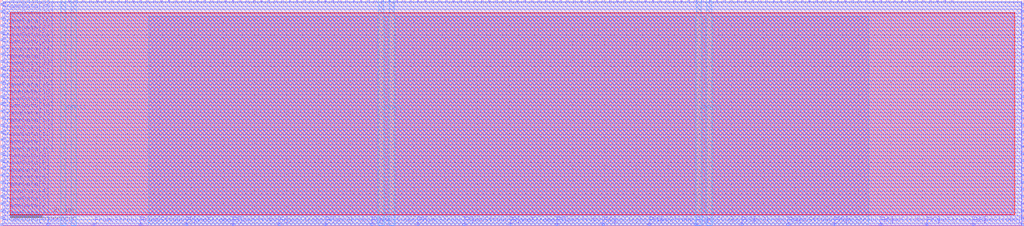
<source format=lef>
VERSION 5.7 ;
  NOWIREEXTENSIONATPIN ON ;
  DIVIDERCHAR "/" ;
  BUSBITCHARS "[]" ;
MACRO S_term_single2
  CLASS BLOCK ;
  FOREIGN S_term_single2 ;
  ORIGIN 0.000 0.000 ;
  SIZE 322.000 BY 71.120 ;
  PIN FrameData[0]
    DIRECTION INPUT ;
    USE SIGNAL ;
    ANTENNAGATEAREA 1.102000 ;
    ANTENNADIFFAREA 0.410400 ;
    PORT
      LAYER Metal3 ;
        RECT 0.000 0.000 0.560 0.560 ;
    END
  END FrameData[0]
  PIN FrameData[10]
    DIRECTION INPUT ;
    USE SIGNAL ;
    ANTENNAGATEAREA 1.102000 ;
    ANTENNADIFFAREA 0.410400 ;
    PORT
      LAYER Metal3 ;
        RECT 0.000 22.400 0.560 22.960 ;
    END
  END FrameData[10]
  PIN FrameData[11]
    DIRECTION INPUT ;
    USE SIGNAL ;
    ANTENNAGATEAREA 1.102000 ;
    ANTENNADIFFAREA 0.410400 ;
    PORT
      LAYER Metal3 ;
        RECT 0.000 24.640 0.560 25.200 ;
    END
  END FrameData[11]
  PIN FrameData[12]
    DIRECTION INPUT ;
    USE SIGNAL ;
    ANTENNAGATEAREA 1.102000 ;
    ANTENNADIFFAREA 0.410400 ;
    PORT
      LAYER Metal3 ;
        RECT 0.000 26.880 0.560 27.440 ;
    END
  END FrameData[12]
  PIN FrameData[13]
    DIRECTION INPUT ;
    USE SIGNAL ;
    ANTENNAGATEAREA 1.102000 ;
    ANTENNADIFFAREA 0.410400 ;
    PORT
      LAYER Metal3 ;
        RECT 0.000 29.120 0.560 29.680 ;
    END
  END FrameData[13]
  PIN FrameData[14]
    DIRECTION INPUT ;
    USE SIGNAL ;
    ANTENNAGATEAREA 1.102000 ;
    ANTENNADIFFAREA 0.410400 ;
    PORT
      LAYER Metal3 ;
        RECT 0.000 31.360 0.560 31.920 ;
    END
  END FrameData[14]
  PIN FrameData[15]
    DIRECTION INPUT ;
    USE SIGNAL ;
    ANTENNAGATEAREA 1.102000 ;
    ANTENNADIFFAREA 0.410400 ;
    PORT
      LAYER Metal3 ;
        RECT 0.000 33.600 0.560 34.160 ;
    END
  END FrameData[15]
  PIN FrameData[16]
    DIRECTION INPUT ;
    USE SIGNAL ;
    ANTENNAGATEAREA 1.102000 ;
    ANTENNADIFFAREA 0.410400 ;
    PORT
      LAYER Metal3 ;
        RECT 0.000 35.840 0.560 36.400 ;
    END
  END FrameData[16]
  PIN FrameData[17]
    DIRECTION INPUT ;
    USE SIGNAL ;
    ANTENNAGATEAREA 1.102000 ;
    ANTENNADIFFAREA 0.410400 ;
    PORT
      LAYER Metal3 ;
        RECT 0.000 38.080 0.560 38.640 ;
    END
  END FrameData[17]
  PIN FrameData[18]
    DIRECTION INPUT ;
    USE SIGNAL ;
    ANTENNAGATEAREA 1.102000 ;
    ANTENNADIFFAREA 0.410400 ;
    PORT
      LAYER Metal3 ;
        RECT 0.000 40.320 0.560 40.880 ;
    END
  END FrameData[18]
  PIN FrameData[19]
    DIRECTION INPUT ;
    USE SIGNAL ;
    ANTENNAGATEAREA 1.102000 ;
    ANTENNADIFFAREA 0.410400 ;
    PORT
      LAYER Metal3 ;
        RECT 0.000 42.560 0.560 43.120 ;
    END
  END FrameData[19]
  PIN FrameData[1]
    DIRECTION INPUT ;
    USE SIGNAL ;
    ANTENNAGATEAREA 1.102000 ;
    ANTENNADIFFAREA 0.410400 ;
    PORT
      LAYER Metal3 ;
        RECT 0.000 2.240 0.560 2.800 ;
    END
  END FrameData[1]
  PIN FrameData[20]
    DIRECTION INPUT ;
    USE SIGNAL ;
    ANTENNAGATEAREA 1.102000 ;
    ANTENNADIFFAREA 0.410400 ;
    PORT
      LAYER Metal3 ;
        RECT 0.000 44.800 0.560 45.360 ;
    END
  END FrameData[20]
  PIN FrameData[21]
    DIRECTION INPUT ;
    USE SIGNAL ;
    ANTENNAGATEAREA 1.102000 ;
    ANTENNADIFFAREA 0.410400 ;
    PORT
      LAYER Metal3 ;
        RECT 0.000 47.040 0.560 47.600 ;
    END
  END FrameData[21]
  PIN FrameData[22]
    DIRECTION INPUT ;
    USE SIGNAL ;
    ANTENNAGATEAREA 1.102000 ;
    ANTENNADIFFAREA 0.410400 ;
    PORT
      LAYER Metal3 ;
        RECT 0.000 49.280 0.560 49.840 ;
    END
  END FrameData[22]
  PIN FrameData[23]
    DIRECTION INPUT ;
    USE SIGNAL ;
    ANTENNAGATEAREA 1.102000 ;
    ANTENNADIFFAREA 0.410400 ;
    PORT
      LAYER Metal3 ;
        RECT 0.000 51.520 0.560 52.080 ;
    END
  END FrameData[23]
  PIN FrameData[24]
    DIRECTION INPUT ;
    USE SIGNAL ;
    ANTENNAGATEAREA 1.102000 ;
    ANTENNADIFFAREA 0.410400 ;
    PORT
      LAYER Metal3 ;
        RECT 0.000 53.760 0.560 54.320 ;
    END
  END FrameData[24]
  PIN FrameData[25]
    DIRECTION INPUT ;
    USE SIGNAL ;
    ANTENNAGATEAREA 1.102000 ;
    ANTENNADIFFAREA 0.410400 ;
    PORT
      LAYER Metal3 ;
        RECT 0.000 56.000 0.560 56.560 ;
    END
  END FrameData[25]
  PIN FrameData[26]
    DIRECTION INPUT ;
    USE SIGNAL ;
    ANTENNAGATEAREA 1.102000 ;
    ANTENNADIFFAREA 0.410400 ;
    PORT
      LAYER Metal3 ;
        RECT 0.000 58.240 0.560 58.800 ;
    END
  END FrameData[26]
  PIN FrameData[27]
    DIRECTION INPUT ;
    USE SIGNAL ;
    ANTENNAGATEAREA 1.102000 ;
    ANTENNADIFFAREA 0.410400 ;
    PORT
      LAYER Metal3 ;
        RECT 0.000 60.480 0.560 61.040 ;
    END
  END FrameData[27]
  PIN FrameData[28]
    DIRECTION INPUT ;
    USE SIGNAL ;
    ANTENNAGATEAREA 1.102000 ;
    ANTENNADIFFAREA 0.410400 ;
    PORT
      LAYER Metal3 ;
        RECT 0.000 62.720 0.560 63.280 ;
    END
  END FrameData[28]
  PIN FrameData[29]
    DIRECTION INPUT ;
    USE SIGNAL ;
    ANTENNAGATEAREA 1.102000 ;
    ANTENNADIFFAREA 0.410400 ;
    PORT
      LAYER Metal3 ;
        RECT 0.000 64.960 0.560 65.520 ;
    END
  END FrameData[29]
  PIN FrameData[2]
    DIRECTION INPUT ;
    USE SIGNAL ;
    ANTENNAGATEAREA 1.102000 ;
    ANTENNADIFFAREA 0.410400 ;
    PORT
      LAYER Metal3 ;
        RECT 0.000 4.480 0.560 5.040 ;
    END
  END FrameData[2]
  PIN FrameData[30]
    DIRECTION INPUT ;
    USE SIGNAL ;
    ANTENNAGATEAREA 1.102000 ;
    ANTENNADIFFAREA 0.410400 ;
    PORT
      LAYER Metal3 ;
        RECT 0.000 67.200 0.560 67.760 ;
    END
  END FrameData[30]
  PIN FrameData[31]
    DIRECTION INPUT ;
    USE SIGNAL ;
    ANTENNAGATEAREA 1.102000 ;
    ANTENNADIFFAREA 0.410400 ;
    PORT
      LAYER Metal3 ;
        RECT 0.000 69.440 0.560 70.000 ;
    END
  END FrameData[31]
  PIN FrameData[3]
    DIRECTION INPUT ;
    USE SIGNAL ;
    ANTENNAGATEAREA 1.102000 ;
    ANTENNADIFFAREA 0.410400 ;
    PORT
      LAYER Metal3 ;
        RECT 0.000 6.720 0.560 7.280 ;
    END
  END FrameData[3]
  PIN FrameData[4]
    DIRECTION INPUT ;
    USE SIGNAL ;
    ANTENNAGATEAREA 1.102000 ;
    ANTENNADIFFAREA 0.410400 ;
    PORT
      LAYER Metal3 ;
        RECT 0.000 8.960 0.560 9.520 ;
    END
  END FrameData[4]
  PIN FrameData[5]
    DIRECTION INPUT ;
    USE SIGNAL ;
    ANTENNAGATEAREA 1.102000 ;
    ANTENNADIFFAREA 0.410400 ;
    PORT
      LAYER Metal3 ;
        RECT 0.000 11.200 0.560 11.760 ;
    END
  END FrameData[5]
  PIN FrameData[6]
    DIRECTION INPUT ;
    USE SIGNAL ;
    ANTENNAGATEAREA 1.102000 ;
    ANTENNADIFFAREA 0.410400 ;
    PORT
      LAYER Metal3 ;
        RECT 0.000 13.440 0.560 14.000 ;
    END
  END FrameData[6]
  PIN FrameData[7]
    DIRECTION INPUT ;
    USE SIGNAL ;
    ANTENNAGATEAREA 1.102000 ;
    ANTENNADIFFAREA 0.410400 ;
    PORT
      LAYER Metal3 ;
        RECT 0.000 15.680 0.560 16.240 ;
    END
  END FrameData[7]
  PIN FrameData[8]
    DIRECTION INPUT ;
    USE SIGNAL ;
    ANTENNAGATEAREA 1.102000 ;
    ANTENNADIFFAREA 0.410400 ;
    PORT
      LAYER Metal3 ;
        RECT 0.000 17.920 0.560 18.480 ;
    END
  END FrameData[8]
  PIN FrameData[9]
    DIRECTION INPUT ;
    USE SIGNAL ;
    ANTENNAGATEAREA 1.102000 ;
    ANTENNADIFFAREA 0.410400 ;
    PORT
      LAYER Metal3 ;
        RECT 0.000 20.160 0.560 20.720 ;
    END
  END FrameData[9]
  PIN FrameData_O[0]
    DIRECTION OUTPUT ;
    USE SIGNAL ;
    ANTENNADIFFAREA 2.365600 ;
    PORT
      LAYER Metal3 ;
        RECT 321.440 0.000 322.000 0.560 ;
    END
  END FrameData_O[0]
  PIN FrameData_O[10]
    DIRECTION OUTPUT ;
    USE SIGNAL ;
    ANTENNADIFFAREA 2.365600 ;
    PORT
      LAYER Metal3 ;
        RECT 321.440 22.400 322.000 22.960 ;
    END
  END FrameData_O[10]
  PIN FrameData_O[11]
    DIRECTION OUTPUT ;
    USE SIGNAL ;
    ANTENNADIFFAREA 2.365600 ;
    PORT
      LAYER Metal3 ;
        RECT 321.440 24.640 322.000 25.200 ;
    END
  END FrameData_O[11]
  PIN FrameData_O[12]
    DIRECTION OUTPUT ;
    USE SIGNAL ;
    ANTENNADIFFAREA 2.365600 ;
    PORT
      LAYER Metal3 ;
        RECT 321.440 26.880 322.000 27.440 ;
    END
  END FrameData_O[12]
  PIN FrameData_O[13]
    DIRECTION OUTPUT ;
    USE SIGNAL ;
    ANTENNADIFFAREA 2.365600 ;
    PORT
      LAYER Metal3 ;
        RECT 321.440 29.120 322.000 29.680 ;
    END
  END FrameData_O[13]
  PIN FrameData_O[14]
    DIRECTION OUTPUT ;
    USE SIGNAL ;
    ANTENNADIFFAREA 2.365600 ;
    PORT
      LAYER Metal3 ;
        RECT 321.440 31.360 322.000 31.920 ;
    END
  END FrameData_O[14]
  PIN FrameData_O[15]
    DIRECTION OUTPUT ;
    USE SIGNAL ;
    ANTENNADIFFAREA 2.365600 ;
    PORT
      LAYER Metal3 ;
        RECT 321.440 33.600 322.000 34.160 ;
    END
  END FrameData_O[15]
  PIN FrameData_O[16]
    DIRECTION OUTPUT ;
    USE SIGNAL ;
    ANTENNADIFFAREA 2.365600 ;
    PORT
      LAYER Metal3 ;
        RECT 321.440 35.840 322.000 36.400 ;
    END
  END FrameData_O[16]
  PIN FrameData_O[17]
    DIRECTION OUTPUT ;
    USE SIGNAL ;
    ANTENNADIFFAREA 2.365600 ;
    PORT
      LAYER Metal3 ;
        RECT 321.440 38.080 322.000 38.640 ;
    END
  END FrameData_O[17]
  PIN FrameData_O[18]
    DIRECTION OUTPUT ;
    USE SIGNAL ;
    ANTENNADIFFAREA 2.365600 ;
    PORT
      LAYER Metal3 ;
        RECT 321.440 40.320 322.000 40.880 ;
    END
  END FrameData_O[18]
  PIN FrameData_O[19]
    DIRECTION OUTPUT ;
    USE SIGNAL ;
    ANTENNADIFFAREA 2.365600 ;
    PORT
      LAYER Metal3 ;
        RECT 321.440 42.560 322.000 43.120 ;
    END
  END FrameData_O[19]
  PIN FrameData_O[1]
    DIRECTION OUTPUT ;
    USE SIGNAL ;
    ANTENNADIFFAREA 2.365600 ;
    PORT
      LAYER Metal3 ;
        RECT 321.440 2.240 322.000 2.800 ;
    END
  END FrameData_O[1]
  PIN FrameData_O[20]
    DIRECTION OUTPUT ;
    USE SIGNAL ;
    ANTENNADIFFAREA 2.365600 ;
    PORT
      LAYER Metal3 ;
        RECT 321.440 44.800 322.000 45.360 ;
    END
  END FrameData_O[20]
  PIN FrameData_O[21]
    DIRECTION OUTPUT ;
    USE SIGNAL ;
    ANTENNADIFFAREA 2.365600 ;
    PORT
      LAYER Metal3 ;
        RECT 321.440 47.040 322.000 47.600 ;
    END
  END FrameData_O[21]
  PIN FrameData_O[22]
    DIRECTION OUTPUT ;
    USE SIGNAL ;
    ANTENNADIFFAREA 2.365600 ;
    PORT
      LAYER Metal3 ;
        RECT 321.440 49.280 322.000 49.840 ;
    END
  END FrameData_O[22]
  PIN FrameData_O[23]
    DIRECTION OUTPUT ;
    USE SIGNAL ;
    ANTENNADIFFAREA 2.365600 ;
    PORT
      LAYER Metal3 ;
        RECT 321.440 51.520 322.000 52.080 ;
    END
  END FrameData_O[23]
  PIN FrameData_O[24]
    DIRECTION OUTPUT ;
    USE SIGNAL ;
    ANTENNADIFFAREA 2.365600 ;
    PORT
      LAYER Metal3 ;
        RECT 321.440 53.760 322.000 54.320 ;
    END
  END FrameData_O[24]
  PIN FrameData_O[25]
    DIRECTION OUTPUT ;
    USE SIGNAL ;
    ANTENNADIFFAREA 2.365600 ;
    PORT
      LAYER Metal3 ;
        RECT 321.440 56.000 322.000 56.560 ;
    END
  END FrameData_O[25]
  PIN FrameData_O[26]
    DIRECTION OUTPUT ;
    USE SIGNAL ;
    ANTENNADIFFAREA 2.365600 ;
    PORT
      LAYER Metal3 ;
        RECT 321.440 58.240 322.000 58.800 ;
    END
  END FrameData_O[26]
  PIN FrameData_O[27]
    DIRECTION OUTPUT ;
    USE SIGNAL ;
    ANTENNADIFFAREA 2.365600 ;
    PORT
      LAYER Metal3 ;
        RECT 321.440 60.480 322.000 61.040 ;
    END
  END FrameData_O[27]
  PIN FrameData_O[28]
    DIRECTION OUTPUT ;
    USE SIGNAL ;
    ANTENNADIFFAREA 2.365600 ;
    PORT
      LAYER Metal3 ;
        RECT 321.440 62.720 322.000 63.280 ;
    END
  END FrameData_O[28]
  PIN FrameData_O[29]
    DIRECTION OUTPUT ;
    USE SIGNAL ;
    ANTENNADIFFAREA 2.365600 ;
    PORT
      LAYER Metal3 ;
        RECT 321.440 64.960 322.000 65.520 ;
    END
  END FrameData_O[29]
  PIN FrameData_O[2]
    DIRECTION OUTPUT ;
    USE SIGNAL ;
    ANTENNADIFFAREA 2.365600 ;
    PORT
      LAYER Metal3 ;
        RECT 321.440 4.480 322.000 5.040 ;
    END
  END FrameData_O[2]
  PIN FrameData_O[30]
    DIRECTION OUTPUT ;
    USE SIGNAL ;
    ANTENNADIFFAREA 2.365600 ;
    PORT
      LAYER Metal3 ;
        RECT 321.440 67.200 322.000 67.760 ;
    END
  END FrameData_O[30]
  PIN FrameData_O[31]
    DIRECTION OUTPUT ;
    USE SIGNAL ;
    ANTENNADIFFAREA 2.365600 ;
    PORT
      LAYER Metal3 ;
        RECT 321.440 69.440 322.000 70.000 ;
    END
  END FrameData_O[31]
  PIN FrameData_O[3]
    DIRECTION OUTPUT ;
    USE SIGNAL ;
    ANTENNADIFFAREA 2.365600 ;
    PORT
      LAYER Metal3 ;
        RECT 321.440 6.720 322.000 7.280 ;
    END
  END FrameData_O[3]
  PIN FrameData_O[4]
    DIRECTION OUTPUT ;
    USE SIGNAL ;
    ANTENNADIFFAREA 2.365600 ;
    PORT
      LAYER Metal3 ;
        RECT 321.440 8.960 322.000 9.520 ;
    END
  END FrameData_O[4]
  PIN FrameData_O[5]
    DIRECTION OUTPUT ;
    USE SIGNAL ;
    ANTENNADIFFAREA 2.365600 ;
    PORT
      LAYER Metal3 ;
        RECT 321.440 11.200 322.000 11.760 ;
    END
  END FrameData_O[5]
  PIN FrameData_O[6]
    DIRECTION OUTPUT ;
    USE SIGNAL ;
    ANTENNADIFFAREA 2.365600 ;
    PORT
      LAYER Metal3 ;
        RECT 321.440 13.440 322.000 14.000 ;
    END
  END FrameData_O[6]
  PIN FrameData_O[7]
    DIRECTION OUTPUT ;
    USE SIGNAL ;
    ANTENNADIFFAREA 2.365600 ;
    PORT
      LAYER Metal3 ;
        RECT 321.440 15.680 322.000 16.240 ;
    END
  END FrameData_O[7]
  PIN FrameData_O[8]
    DIRECTION OUTPUT ;
    USE SIGNAL ;
    ANTENNADIFFAREA 2.365600 ;
    PORT
      LAYER Metal3 ;
        RECT 321.440 17.920 322.000 18.480 ;
    END
  END FrameData_O[8]
  PIN FrameData_O[9]
    DIRECTION OUTPUT ;
    USE SIGNAL ;
    ANTENNADIFFAREA 2.365600 ;
    PORT
      LAYER Metal3 ;
        RECT 321.440 20.160 322.000 20.720 ;
    END
  END FrameData_O[9]
  PIN FrameStrobe[0]
    DIRECTION INPUT ;
    USE SIGNAL ;
    ANTENNAGATEAREA 1.102000 ;
    ANTENNADIFFAREA 0.410400 ;
    PORT
      LAYER Metal2 ;
        RECT 29.120 0.000 29.680 0.560 ;
    END
  END FrameStrobe[0]
  PIN FrameStrobe[10]
    DIRECTION INPUT ;
    USE SIGNAL ;
    ANTENNAGATEAREA 1.102000 ;
    ANTENNADIFFAREA 0.410400 ;
    PORT
      LAYER Metal2 ;
        RECT 174.720 0.000 175.280 0.560 ;
    END
  END FrameStrobe[10]
  PIN FrameStrobe[11]
    DIRECTION INPUT ;
    USE SIGNAL ;
    ANTENNAGATEAREA 1.102000 ;
    ANTENNADIFFAREA 0.410400 ;
    PORT
      LAYER Metal2 ;
        RECT 189.280 0.000 189.840 0.560 ;
    END
  END FrameStrobe[11]
  PIN FrameStrobe[12]
    DIRECTION INPUT ;
    USE SIGNAL ;
    ANTENNAGATEAREA 1.102000 ;
    ANTENNADIFFAREA 0.410400 ;
    PORT
      LAYER Metal2 ;
        RECT 203.840 0.000 204.400 0.560 ;
    END
  END FrameStrobe[12]
  PIN FrameStrobe[13]
    DIRECTION INPUT ;
    USE SIGNAL ;
    ANTENNAGATEAREA 1.102000 ;
    ANTENNADIFFAREA 0.410400 ;
    PORT
      LAYER Metal2 ;
        RECT 218.400 0.000 218.960 0.560 ;
    END
  END FrameStrobe[13]
  PIN FrameStrobe[14]
    DIRECTION INPUT ;
    USE SIGNAL ;
    ANTENNAGATEAREA 1.102000 ;
    ANTENNADIFFAREA 0.410400 ;
    PORT
      LAYER Metal2 ;
        RECT 232.960 0.000 233.520 0.560 ;
    END
  END FrameStrobe[14]
  PIN FrameStrobe[15]
    DIRECTION INPUT ;
    USE SIGNAL ;
    ANTENNAGATEAREA 1.102000 ;
    ANTENNADIFFAREA 0.410400 ;
    PORT
      LAYER Metal2 ;
        RECT 247.520 0.000 248.080 0.560 ;
    END
  END FrameStrobe[15]
  PIN FrameStrobe[16]
    DIRECTION INPUT ;
    USE SIGNAL ;
    ANTENNAGATEAREA 1.102000 ;
    ANTENNADIFFAREA 0.410400 ;
    PORT
      LAYER Metal2 ;
        RECT 262.080 0.000 262.640 0.560 ;
    END
  END FrameStrobe[16]
  PIN FrameStrobe[17]
    DIRECTION INPUT ;
    USE SIGNAL ;
    ANTENNAGATEAREA 1.102000 ;
    ANTENNADIFFAREA 0.410400 ;
    PORT
      LAYER Metal2 ;
        RECT 276.640 0.000 277.200 0.560 ;
    END
  END FrameStrobe[17]
  PIN FrameStrobe[18]
    DIRECTION INPUT ;
    USE SIGNAL ;
    ANTENNAGATEAREA 1.102000 ;
    ANTENNADIFFAREA 0.410400 ;
    PORT
      LAYER Metal2 ;
        RECT 291.200 0.000 291.760 0.560 ;
    END
  END FrameStrobe[18]
  PIN FrameStrobe[19]
    DIRECTION INPUT ;
    USE SIGNAL ;
    ANTENNAGATEAREA 1.102000 ;
    ANTENNADIFFAREA 0.410400 ;
    PORT
      LAYER Metal2 ;
        RECT 305.760 0.000 306.320 0.560 ;
    END
  END FrameStrobe[19]
  PIN FrameStrobe[1]
    DIRECTION INPUT ;
    USE SIGNAL ;
    ANTENNAGATEAREA 1.102000 ;
    ANTENNADIFFAREA 0.410400 ;
    PORT
      LAYER Metal2 ;
        RECT 43.680 0.000 44.240 0.560 ;
    END
  END FrameStrobe[1]
  PIN FrameStrobe[2]
    DIRECTION INPUT ;
    USE SIGNAL ;
    ANTENNAGATEAREA 1.102000 ;
    ANTENNADIFFAREA 0.410400 ;
    PORT
      LAYER Metal2 ;
        RECT 58.240 0.000 58.800 0.560 ;
    END
  END FrameStrobe[2]
  PIN FrameStrobe[3]
    DIRECTION INPUT ;
    USE SIGNAL ;
    ANTENNAGATEAREA 1.102000 ;
    ANTENNADIFFAREA 0.410400 ;
    PORT
      LAYER Metal2 ;
        RECT 72.800 0.000 73.360 0.560 ;
    END
  END FrameStrobe[3]
  PIN FrameStrobe[4]
    DIRECTION INPUT ;
    USE SIGNAL ;
    ANTENNAGATEAREA 1.102000 ;
    ANTENNADIFFAREA 0.410400 ;
    PORT
      LAYER Metal2 ;
        RECT 87.360 0.000 87.920 0.560 ;
    END
  END FrameStrobe[4]
  PIN FrameStrobe[5]
    DIRECTION INPUT ;
    USE SIGNAL ;
    ANTENNAGATEAREA 1.102000 ;
    ANTENNADIFFAREA 0.410400 ;
    PORT
      LAYER Metal2 ;
        RECT 101.920 0.000 102.480 0.560 ;
    END
  END FrameStrobe[5]
  PIN FrameStrobe[6]
    DIRECTION INPUT ;
    USE SIGNAL ;
    ANTENNAGATEAREA 1.102000 ;
    ANTENNADIFFAREA 0.410400 ;
    PORT
      LAYER Metal2 ;
        RECT 116.480 0.000 117.040 0.560 ;
    END
  END FrameStrobe[6]
  PIN FrameStrobe[7]
    DIRECTION INPUT ;
    USE SIGNAL ;
    ANTENNAGATEAREA 1.102000 ;
    ANTENNADIFFAREA 0.410400 ;
    PORT
      LAYER Metal2 ;
        RECT 131.040 0.000 131.600 0.560 ;
    END
  END FrameStrobe[7]
  PIN FrameStrobe[8]
    DIRECTION INPUT ;
    USE SIGNAL ;
    ANTENNAGATEAREA 1.102000 ;
    ANTENNADIFFAREA 0.410400 ;
    PORT
      LAYER Metal2 ;
        RECT 145.600 0.000 146.160 0.560 ;
    END
  END FrameStrobe[8]
  PIN FrameStrobe[9]
    DIRECTION INPUT ;
    USE SIGNAL ;
    ANTENNAGATEAREA 1.102000 ;
    ANTENNADIFFAREA 0.410400 ;
    PORT
      LAYER Metal2 ;
        RECT 160.160 0.000 160.720 0.560 ;
    END
  END FrameStrobe[9]
  PIN FrameStrobe_O[0]
    DIRECTION OUTPUT ;
    USE SIGNAL ;
    ANTENNADIFFAREA 2.365600 ;
    PORT
      LAYER Metal2 ;
        RECT 256.480 70.560 257.040 71.120 ;
    END
  END FrameStrobe_O[0]
  PIN FrameStrobe_O[10]
    DIRECTION OUTPUT ;
    USE SIGNAL ;
    ANTENNADIFFAREA 2.365600 ;
    PORT
      LAYER Metal2 ;
        RECT 278.880 70.560 279.440 71.120 ;
    END
  END FrameStrobe_O[10]
  PIN FrameStrobe_O[11]
    DIRECTION OUTPUT ;
    USE SIGNAL ;
    ANTENNADIFFAREA 2.365600 ;
    PORT
      LAYER Metal2 ;
        RECT 281.120 70.560 281.680 71.120 ;
    END
  END FrameStrobe_O[11]
  PIN FrameStrobe_O[12]
    DIRECTION OUTPUT ;
    USE SIGNAL ;
    ANTENNADIFFAREA 2.365600 ;
    PORT
      LAYER Metal2 ;
        RECT 283.360 70.560 283.920 71.120 ;
    END
  END FrameStrobe_O[12]
  PIN FrameStrobe_O[13]
    DIRECTION OUTPUT ;
    USE SIGNAL ;
    ANTENNADIFFAREA 2.365600 ;
    PORT
      LAYER Metal2 ;
        RECT 285.600 70.560 286.160 71.120 ;
    END
  END FrameStrobe_O[13]
  PIN FrameStrobe_O[14]
    DIRECTION OUTPUT ;
    USE SIGNAL ;
    ANTENNADIFFAREA 2.365600 ;
    PORT
      LAYER Metal2 ;
        RECT 287.840 70.560 288.400 71.120 ;
    END
  END FrameStrobe_O[14]
  PIN FrameStrobe_O[15]
    DIRECTION OUTPUT ;
    USE SIGNAL ;
    ANTENNADIFFAREA 2.365600 ;
    PORT
      LAYER Metal2 ;
        RECT 290.080 70.560 290.640 71.120 ;
    END
  END FrameStrobe_O[15]
  PIN FrameStrobe_O[16]
    DIRECTION OUTPUT ;
    USE SIGNAL ;
    ANTENNADIFFAREA 2.365600 ;
    PORT
      LAYER Metal2 ;
        RECT 292.320 70.560 292.880 71.120 ;
    END
  END FrameStrobe_O[16]
  PIN FrameStrobe_O[17]
    DIRECTION OUTPUT ;
    USE SIGNAL ;
    ANTENNADIFFAREA 2.365600 ;
    PORT
      LAYER Metal2 ;
        RECT 294.560 70.560 295.120 71.120 ;
    END
  END FrameStrobe_O[17]
  PIN FrameStrobe_O[18]
    DIRECTION OUTPUT ;
    USE SIGNAL ;
    ANTENNADIFFAREA 2.365600 ;
    PORT
      LAYER Metal2 ;
        RECT 296.800 70.560 297.360 71.120 ;
    END
  END FrameStrobe_O[18]
  PIN FrameStrobe_O[19]
    DIRECTION OUTPUT ;
    USE SIGNAL ;
    ANTENNADIFFAREA 2.365600 ;
    PORT
      LAYER Metal2 ;
        RECT 299.040 70.560 299.600 71.120 ;
    END
  END FrameStrobe_O[19]
  PIN FrameStrobe_O[1]
    DIRECTION OUTPUT ;
    USE SIGNAL ;
    ANTENNADIFFAREA 2.365600 ;
    PORT
      LAYER Metal2 ;
        RECT 258.720 70.560 259.280 71.120 ;
    END
  END FrameStrobe_O[1]
  PIN FrameStrobe_O[2]
    DIRECTION OUTPUT ;
    USE SIGNAL ;
    ANTENNADIFFAREA 2.365600 ;
    PORT
      LAYER Metal2 ;
        RECT 260.960 70.560 261.520 71.120 ;
    END
  END FrameStrobe_O[2]
  PIN FrameStrobe_O[3]
    DIRECTION OUTPUT ;
    USE SIGNAL ;
    ANTENNADIFFAREA 2.365600 ;
    PORT
      LAYER Metal2 ;
        RECT 263.200 70.560 263.760 71.120 ;
    END
  END FrameStrobe_O[3]
  PIN FrameStrobe_O[4]
    DIRECTION OUTPUT ;
    USE SIGNAL ;
    ANTENNADIFFAREA 2.365600 ;
    PORT
      LAYER Metal2 ;
        RECT 265.440 70.560 266.000 71.120 ;
    END
  END FrameStrobe_O[4]
  PIN FrameStrobe_O[5]
    DIRECTION OUTPUT ;
    USE SIGNAL ;
    ANTENNADIFFAREA 2.365600 ;
    PORT
      LAYER Metal2 ;
        RECT 267.680 70.560 268.240 71.120 ;
    END
  END FrameStrobe_O[5]
  PIN FrameStrobe_O[6]
    DIRECTION OUTPUT ;
    USE SIGNAL ;
    ANTENNADIFFAREA 2.365600 ;
    PORT
      LAYER Metal2 ;
        RECT 269.920 70.560 270.480 71.120 ;
    END
  END FrameStrobe_O[6]
  PIN FrameStrobe_O[7]
    DIRECTION OUTPUT ;
    USE SIGNAL ;
    ANTENNADIFFAREA 2.365600 ;
    PORT
      LAYER Metal2 ;
        RECT 272.160 70.560 272.720 71.120 ;
    END
  END FrameStrobe_O[7]
  PIN FrameStrobe_O[8]
    DIRECTION OUTPUT ;
    USE SIGNAL ;
    ANTENNADIFFAREA 2.365600 ;
    PORT
      LAYER Metal2 ;
        RECT 274.400 70.560 274.960 71.120 ;
    END
  END FrameStrobe_O[8]
  PIN FrameStrobe_O[9]
    DIRECTION OUTPUT ;
    USE SIGNAL ;
    ANTENNADIFFAREA 2.365600 ;
    PORT
      LAYER Metal2 ;
        RECT 276.640 70.560 277.200 71.120 ;
    END
  END FrameStrobe_O[9]
  PIN N1BEG[0]
    DIRECTION OUTPUT ;
    USE SIGNAL ;
    ANTENNADIFFAREA 2.365600 ;
    PORT
      LAYER Metal2 ;
        RECT 21.280 70.560 21.840 71.120 ;
    END
  END N1BEG[0]
  PIN N1BEG[1]
    DIRECTION OUTPUT ;
    USE SIGNAL ;
    ANTENNADIFFAREA 2.365600 ;
    PORT
      LAYER Metal2 ;
        RECT 23.520 70.560 24.080 71.120 ;
    END
  END N1BEG[1]
  PIN N1BEG[2]
    DIRECTION OUTPUT ;
    USE SIGNAL ;
    ANTENNADIFFAREA 2.365600 ;
    PORT
      LAYER Metal2 ;
        RECT 25.760 70.560 26.320 71.120 ;
    END
  END N1BEG[2]
  PIN N1BEG[3]
    DIRECTION OUTPUT ;
    USE SIGNAL ;
    ANTENNADIFFAREA 2.365600 ;
    PORT
      LAYER Metal2 ;
        RECT 28.000 70.560 28.560 71.120 ;
    END
  END N1BEG[3]
  PIN N2BEG[0]
    DIRECTION OUTPUT ;
    USE SIGNAL ;
    ANTENNADIFFAREA 2.365600 ;
    PORT
      LAYER Metal2 ;
        RECT 30.240 70.560 30.800 71.120 ;
    END
  END N2BEG[0]
  PIN N2BEG[1]
    DIRECTION OUTPUT ;
    USE SIGNAL ;
    ANTENNADIFFAREA 2.365600 ;
    PORT
      LAYER Metal2 ;
        RECT 32.480 70.560 33.040 71.120 ;
    END
  END N2BEG[1]
  PIN N2BEG[2]
    DIRECTION OUTPUT ;
    USE SIGNAL ;
    ANTENNADIFFAREA 2.365600 ;
    PORT
      LAYER Metal2 ;
        RECT 34.720 70.560 35.280 71.120 ;
    END
  END N2BEG[2]
  PIN N2BEG[3]
    DIRECTION OUTPUT ;
    USE SIGNAL ;
    ANTENNADIFFAREA 2.365600 ;
    PORT
      LAYER Metal2 ;
        RECT 36.960 70.560 37.520 71.120 ;
    END
  END N2BEG[3]
  PIN N2BEG[4]
    DIRECTION OUTPUT ;
    USE SIGNAL ;
    ANTENNADIFFAREA 2.365600 ;
    PORT
      LAYER Metal2 ;
        RECT 39.200 70.560 39.760 71.120 ;
    END
  END N2BEG[4]
  PIN N2BEG[5]
    DIRECTION OUTPUT ;
    USE SIGNAL ;
    ANTENNADIFFAREA 2.365600 ;
    PORT
      LAYER Metal2 ;
        RECT 41.440 70.560 42.000 71.120 ;
    END
  END N2BEG[5]
  PIN N2BEG[6]
    DIRECTION OUTPUT ;
    USE SIGNAL ;
    ANTENNADIFFAREA 2.365600 ;
    PORT
      LAYER Metal2 ;
        RECT 43.680 70.560 44.240 71.120 ;
    END
  END N2BEG[6]
  PIN N2BEG[7]
    DIRECTION OUTPUT ;
    USE SIGNAL ;
    ANTENNADIFFAREA 2.365600 ;
    PORT
      LAYER Metal2 ;
        RECT 45.920 70.560 46.480 71.120 ;
    END
  END N2BEG[7]
  PIN N2BEGb[0]
    DIRECTION OUTPUT ;
    USE SIGNAL ;
    ANTENNADIFFAREA 2.365600 ;
    PORT
      LAYER Metal2 ;
        RECT 48.160 70.560 48.720 71.120 ;
    END
  END N2BEGb[0]
  PIN N2BEGb[1]
    DIRECTION OUTPUT ;
    USE SIGNAL ;
    ANTENNADIFFAREA 2.365600 ;
    PORT
      LAYER Metal2 ;
        RECT 50.400 70.560 50.960 71.120 ;
    END
  END N2BEGb[1]
  PIN N2BEGb[2]
    DIRECTION OUTPUT ;
    USE SIGNAL ;
    ANTENNADIFFAREA 2.365600 ;
    PORT
      LAYER Metal2 ;
        RECT 52.640 70.560 53.200 71.120 ;
    END
  END N2BEGb[2]
  PIN N2BEGb[3]
    DIRECTION OUTPUT ;
    USE SIGNAL ;
    ANTENNADIFFAREA 2.365600 ;
    PORT
      LAYER Metal2 ;
        RECT 54.880 70.560 55.440 71.120 ;
    END
  END N2BEGb[3]
  PIN N2BEGb[4]
    DIRECTION OUTPUT ;
    USE SIGNAL ;
    ANTENNADIFFAREA 2.365600 ;
    PORT
      LAYER Metal2 ;
        RECT 57.120 70.560 57.680 71.120 ;
    END
  END N2BEGb[4]
  PIN N2BEGb[5]
    DIRECTION OUTPUT ;
    USE SIGNAL ;
    ANTENNADIFFAREA 2.365600 ;
    PORT
      LAYER Metal2 ;
        RECT 59.360 70.560 59.920 71.120 ;
    END
  END N2BEGb[5]
  PIN N2BEGb[6]
    DIRECTION OUTPUT ;
    USE SIGNAL ;
    ANTENNADIFFAREA 2.365600 ;
    PORT
      LAYER Metal2 ;
        RECT 61.600 70.560 62.160 71.120 ;
    END
  END N2BEGb[6]
  PIN N2BEGb[7]
    DIRECTION OUTPUT ;
    USE SIGNAL ;
    ANTENNADIFFAREA 2.365600 ;
    PORT
      LAYER Metal2 ;
        RECT 63.840 70.560 64.400 71.120 ;
    END
  END N2BEGb[7]
  PIN N4BEG[0]
    DIRECTION OUTPUT ;
    USE SIGNAL ;
    ANTENNADIFFAREA 2.365600 ;
    PORT
      LAYER Metal2 ;
        RECT 66.080 70.560 66.640 71.120 ;
    END
  END N4BEG[0]
  PIN N4BEG[10]
    DIRECTION OUTPUT ;
    USE SIGNAL ;
    ANTENNADIFFAREA 2.365600 ;
    PORT
      LAYER Metal2 ;
        RECT 88.480 70.560 89.040 71.120 ;
    END
  END N4BEG[10]
  PIN N4BEG[11]
    DIRECTION OUTPUT ;
    USE SIGNAL ;
    ANTENNADIFFAREA 2.365600 ;
    PORT
      LAYER Metal2 ;
        RECT 90.720 70.560 91.280 71.120 ;
    END
  END N4BEG[11]
  PIN N4BEG[12]
    DIRECTION OUTPUT ;
    USE SIGNAL ;
    ANTENNADIFFAREA 2.365600 ;
    PORT
      LAYER Metal2 ;
        RECT 92.960 70.560 93.520 71.120 ;
    END
  END N4BEG[12]
  PIN N4BEG[13]
    DIRECTION OUTPUT ;
    USE SIGNAL ;
    ANTENNADIFFAREA 2.365600 ;
    PORT
      LAYER Metal2 ;
        RECT 95.200 70.560 95.760 71.120 ;
    END
  END N4BEG[13]
  PIN N4BEG[14]
    DIRECTION OUTPUT ;
    USE SIGNAL ;
    ANTENNADIFFAREA 2.365600 ;
    PORT
      LAYER Metal2 ;
        RECT 97.440 70.560 98.000 71.120 ;
    END
  END N4BEG[14]
  PIN N4BEG[15]
    DIRECTION OUTPUT ;
    USE SIGNAL ;
    ANTENNADIFFAREA 2.365600 ;
    PORT
      LAYER Metal2 ;
        RECT 99.680 70.560 100.240 71.120 ;
    END
  END N4BEG[15]
  PIN N4BEG[1]
    DIRECTION OUTPUT ;
    USE SIGNAL ;
    ANTENNADIFFAREA 2.365600 ;
    PORT
      LAYER Metal2 ;
        RECT 68.320 70.560 68.880 71.120 ;
    END
  END N4BEG[1]
  PIN N4BEG[2]
    DIRECTION OUTPUT ;
    USE SIGNAL ;
    ANTENNADIFFAREA 2.365600 ;
    PORT
      LAYER Metal2 ;
        RECT 70.560 70.560 71.120 71.120 ;
    END
  END N4BEG[2]
  PIN N4BEG[3]
    DIRECTION OUTPUT ;
    USE SIGNAL ;
    ANTENNADIFFAREA 2.365600 ;
    PORT
      LAYER Metal2 ;
        RECT 72.800 70.560 73.360 71.120 ;
    END
  END N4BEG[3]
  PIN N4BEG[4]
    DIRECTION OUTPUT ;
    USE SIGNAL ;
    ANTENNADIFFAREA 2.365600 ;
    PORT
      LAYER Metal2 ;
        RECT 75.040 70.560 75.600 71.120 ;
    END
  END N4BEG[4]
  PIN N4BEG[5]
    DIRECTION OUTPUT ;
    USE SIGNAL ;
    ANTENNADIFFAREA 2.365600 ;
    PORT
      LAYER Metal2 ;
        RECT 77.280 70.560 77.840 71.120 ;
    END
  END N4BEG[5]
  PIN N4BEG[6]
    DIRECTION OUTPUT ;
    USE SIGNAL ;
    ANTENNADIFFAREA 2.365600 ;
    PORT
      LAYER Metal2 ;
        RECT 79.520 70.560 80.080 71.120 ;
    END
  END N4BEG[6]
  PIN N4BEG[7]
    DIRECTION OUTPUT ;
    USE SIGNAL ;
    ANTENNADIFFAREA 2.365600 ;
    PORT
      LAYER Metal2 ;
        RECT 81.760 70.560 82.320 71.120 ;
    END
  END N4BEG[7]
  PIN N4BEG[8]
    DIRECTION OUTPUT ;
    USE SIGNAL ;
    ANTENNADIFFAREA 2.365600 ;
    PORT
      LAYER Metal2 ;
        RECT 84.000 70.560 84.560 71.120 ;
    END
  END N4BEG[8]
  PIN N4BEG[9]
    DIRECTION OUTPUT ;
    USE SIGNAL ;
    ANTENNADIFFAREA 2.365600 ;
    PORT
      LAYER Metal2 ;
        RECT 86.240 70.560 86.800 71.120 ;
    END
  END N4BEG[9]
  PIN NN4BEG[0]
    DIRECTION OUTPUT ;
    USE SIGNAL ;
    ANTENNADIFFAREA 2.365600 ;
    PORT
      LAYER Metal2 ;
        RECT 101.920 70.560 102.480 71.120 ;
    END
  END NN4BEG[0]
  PIN NN4BEG[10]
    DIRECTION OUTPUT ;
    USE SIGNAL ;
    ANTENNADIFFAREA 2.365600 ;
    PORT
      LAYER Metal2 ;
        RECT 124.320 70.560 124.880 71.120 ;
    END
  END NN4BEG[10]
  PIN NN4BEG[11]
    DIRECTION OUTPUT ;
    USE SIGNAL ;
    ANTENNADIFFAREA 2.365600 ;
    PORT
      LAYER Metal2 ;
        RECT 126.560 70.560 127.120 71.120 ;
    END
  END NN4BEG[11]
  PIN NN4BEG[12]
    DIRECTION OUTPUT ;
    USE SIGNAL ;
    ANTENNADIFFAREA 2.365600 ;
    PORT
      LAYER Metal2 ;
        RECT 128.800 70.560 129.360 71.120 ;
    END
  END NN4BEG[12]
  PIN NN4BEG[13]
    DIRECTION OUTPUT ;
    USE SIGNAL ;
    ANTENNADIFFAREA 2.365600 ;
    PORT
      LAYER Metal2 ;
        RECT 131.040 70.560 131.600 71.120 ;
    END
  END NN4BEG[13]
  PIN NN4BEG[14]
    DIRECTION OUTPUT ;
    USE SIGNAL ;
    ANTENNADIFFAREA 2.365600 ;
    PORT
      LAYER Metal2 ;
        RECT 133.280 70.560 133.840 71.120 ;
    END
  END NN4BEG[14]
  PIN NN4BEG[15]
    DIRECTION OUTPUT ;
    USE SIGNAL ;
    ANTENNADIFFAREA 2.365600 ;
    PORT
      LAYER Metal2 ;
        RECT 135.520 70.560 136.080 71.120 ;
    END
  END NN4BEG[15]
  PIN NN4BEG[1]
    DIRECTION OUTPUT ;
    USE SIGNAL ;
    ANTENNADIFFAREA 2.365600 ;
    PORT
      LAYER Metal2 ;
        RECT 104.160 70.560 104.720 71.120 ;
    END
  END NN4BEG[1]
  PIN NN4BEG[2]
    DIRECTION OUTPUT ;
    USE SIGNAL ;
    ANTENNADIFFAREA 2.365600 ;
    PORT
      LAYER Metal2 ;
        RECT 106.400 70.560 106.960 71.120 ;
    END
  END NN4BEG[2]
  PIN NN4BEG[3]
    DIRECTION OUTPUT ;
    USE SIGNAL ;
    ANTENNADIFFAREA 2.365600 ;
    PORT
      LAYER Metal2 ;
        RECT 108.640 70.560 109.200 71.120 ;
    END
  END NN4BEG[3]
  PIN NN4BEG[4]
    DIRECTION OUTPUT ;
    USE SIGNAL ;
    ANTENNADIFFAREA 2.365600 ;
    PORT
      LAYER Metal2 ;
        RECT 110.880 70.560 111.440 71.120 ;
    END
  END NN4BEG[4]
  PIN NN4BEG[5]
    DIRECTION OUTPUT ;
    USE SIGNAL ;
    ANTENNADIFFAREA 2.365600 ;
    PORT
      LAYER Metal2 ;
        RECT 113.120 70.560 113.680 71.120 ;
    END
  END NN4BEG[5]
  PIN NN4BEG[6]
    DIRECTION OUTPUT ;
    USE SIGNAL ;
    ANTENNADIFFAREA 2.365600 ;
    PORT
      LAYER Metal2 ;
        RECT 115.360 70.560 115.920 71.120 ;
    END
  END NN4BEG[6]
  PIN NN4BEG[7]
    DIRECTION OUTPUT ;
    USE SIGNAL ;
    ANTENNADIFFAREA 2.365600 ;
    PORT
      LAYER Metal2 ;
        RECT 117.600 70.560 118.160 71.120 ;
    END
  END NN4BEG[7]
  PIN NN4BEG[8]
    DIRECTION OUTPUT ;
    USE SIGNAL ;
    ANTENNADIFFAREA 2.365600 ;
    PORT
      LAYER Metal2 ;
        RECT 119.840 70.560 120.400 71.120 ;
    END
  END NN4BEG[8]
  PIN NN4BEG[9]
    DIRECTION OUTPUT ;
    USE SIGNAL ;
    ANTENNADIFFAREA 2.365600 ;
    PORT
      LAYER Metal2 ;
        RECT 122.080 70.560 122.640 71.120 ;
    END
  END NN4BEG[9]
  PIN S1END[0]
    DIRECTION INPUT ;
    USE SIGNAL ;
    ANTENNAGATEAREA 1.102000 ;
    ANTENNADIFFAREA 0.410400 ;
    PORT
      LAYER Metal2 ;
        RECT 137.760 70.560 138.320 71.120 ;
    END
  END S1END[0]
  PIN S1END[1]
    DIRECTION INPUT ;
    USE SIGNAL ;
    ANTENNAGATEAREA 1.102000 ;
    ANTENNADIFFAREA 0.410400 ;
    PORT
      LAYER Metal2 ;
        RECT 140.000 70.560 140.560 71.120 ;
    END
  END S1END[1]
  PIN S1END[2]
    DIRECTION INPUT ;
    USE SIGNAL ;
    ANTENNAGATEAREA 1.102000 ;
    ANTENNADIFFAREA 0.410400 ;
    PORT
      LAYER Metal2 ;
        RECT 142.240 70.560 142.800 71.120 ;
    END
  END S1END[2]
  PIN S1END[3]
    DIRECTION INPUT ;
    USE SIGNAL ;
    ANTENNAGATEAREA 1.102000 ;
    ANTENNADIFFAREA 0.410400 ;
    PORT
      LAYER Metal2 ;
        RECT 144.480 70.560 145.040 71.120 ;
    END
  END S1END[3]
  PIN S2END[0]
    DIRECTION INPUT ;
    USE SIGNAL ;
    ANTENNAGATEAREA 1.102000 ;
    ANTENNADIFFAREA 0.410400 ;
    PORT
      LAYER Metal2 ;
        RECT 164.640 70.560 165.200 71.120 ;
    END
  END S2END[0]
  PIN S2END[1]
    DIRECTION INPUT ;
    USE SIGNAL ;
    ANTENNAGATEAREA 1.102000 ;
    ANTENNADIFFAREA 0.410400 ;
    PORT
      LAYER Metal2 ;
        RECT 166.880 70.560 167.440 71.120 ;
    END
  END S2END[1]
  PIN S2END[2]
    DIRECTION INPUT ;
    USE SIGNAL ;
    ANTENNAGATEAREA 1.102000 ;
    ANTENNADIFFAREA 0.410400 ;
    PORT
      LAYER Metal2 ;
        RECT 169.120 70.560 169.680 71.120 ;
    END
  END S2END[2]
  PIN S2END[3]
    DIRECTION INPUT ;
    USE SIGNAL ;
    ANTENNAGATEAREA 1.102000 ;
    ANTENNADIFFAREA 0.410400 ;
    PORT
      LAYER Metal2 ;
        RECT 171.360 70.560 171.920 71.120 ;
    END
  END S2END[3]
  PIN S2END[4]
    DIRECTION INPUT ;
    USE SIGNAL ;
    ANTENNAGATEAREA 1.102000 ;
    ANTENNADIFFAREA 0.410400 ;
    PORT
      LAYER Metal2 ;
        RECT 173.600 70.560 174.160 71.120 ;
    END
  END S2END[4]
  PIN S2END[5]
    DIRECTION INPUT ;
    USE SIGNAL ;
    ANTENNAGATEAREA 1.102000 ;
    ANTENNADIFFAREA 0.410400 ;
    PORT
      LAYER Metal2 ;
        RECT 175.840 70.560 176.400 71.120 ;
    END
  END S2END[5]
  PIN S2END[6]
    DIRECTION INPUT ;
    USE SIGNAL ;
    ANTENNAGATEAREA 1.102000 ;
    ANTENNADIFFAREA 0.410400 ;
    PORT
      LAYER Metal2 ;
        RECT 178.080 70.560 178.640 71.120 ;
    END
  END S2END[6]
  PIN S2END[7]
    DIRECTION INPUT ;
    USE SIGNAL ;
    ANTENNAGATEAREA 1.102000 ;
    ANTENNADIFFAREA 0.410400 ;
    PORT
      LAYER Metal2 ;
        RECT 180.320 70.560 180.880 71.120 ;
    END
  END S2END[7]
  PIN S2MID[0]
    DIRECTION INPUT ;
    USE SIGNAL ;
    ANTENNAGATEAREA 1.102000 ;
    ANTENNADIFFAREA 0.410400 ;
    PORT
      LAYER Metal2 ;
        RECT 146.720 70.560 147.280 71.120 ;
    END
  END S2MID[0]
  PIN S2MID[1]
    DIRECTION INPUT ;
    USE SIGNAL ;
    ANTENNAGATEAREA 1.102000 ;
    ANTENNADIFFAREA 0.410400 ;
    PORT
      LAYER Metal2 ;
        RECT 148.960 70.560 149.520 71.120 ;
    END
  END S2MID[1]
  PIN S2MID[2]
    DIRECTION INPUT ;
    USE SIGNAL ;
    ANTENNAGATEAREA 1.102000 ;
    ANTENNADIFFAREA 0.410400 ;
    PORT
      LAYER Metal2 ;
        RECT 151.200 70.560 151.760 71.120 ;
    END
  END S2MID[2]
  PIN S2MID[3]
    DIRECTION INPUT ;
    USE SIGNAL ;
    ANTENNAGATEAREA 1.102000 ;
    ANTENNADIFFAREA 0.410400 ;
    PORT
      LAYER Metal2 ;
        RECT 153.440 70.560 154.000 71.120 ;
    END
  END S2MID[3]
  PIN S2MID[4]
    DIRECTION INPUT ;
    USE SIGNAL ;
    ANTENNAGATEAREA 1.102000 ;
    ANTENNADIFFAREA 0.410400 ;
    PORT
      LAYER Metal2 ;
        RECT 155.680 70.560 156.240 71.120 ;
    END
  END S2MID[4]
  PIN S2MID[5]
    DIRECTION INPUT ;
    USE SIGNAL ;
    ANTENNAGATEAREA 1.102000 ;
    ANTENNADIFFAREA 0.410400 ;
    PORT
      LAYER Metal2 ;
        RECT 157.920 70.560 158.480 71.120 ;
    END
  END S2MID[5]
  PIN S2MID[6]
    DIRECTION INPUT ;
    USE SIGNAL ;
    ANTENNAGATEAREA 1.102000 ;
    ANTENNADIFFAREA 0.410400 ;
    PORT
      LAYER Metal2 ;
        RECT 160.160 70.560 160.720 71.120 ;
    END
  END S2MID[6]
  PIN S2MID[7]
    DIRECTION INPUT ;
    USE SIGNAL ;
    ANTENNAGATEAREA 1.102000 ;
    ANTENNADIFFAREA 0.410400 ;
    PORT
      LAYER Metal2 ;
        RECT 162.400 70.560 162.960 71.120 ;
    END
  END S2MID[7]
  PIN S4END[0]
    DIRECTION INPUT ;
    USE SIGNAL ;
    ANTENNAGATEAREA 1.102000 ;
    ANTENNADIFFAREA 0.410400 ;
    PORT
      LAYER Metal2 ;
        RECT 182.560 70.560 183.120 71.120 ;
    END
  END S4END[0]
  PIN S4END[10]
    DIRECTION INPUT ;
    USE SIGNAL ;
    ANTENNAGATEAREA 1.102000 ;
    ANTENNADIFFAREA 0.410400 ;
    PORT
      LAYER Metal2 ;
        RECT 204.960 70.560 205.520 71.120 ;
    END
  END S4END[10]
  PIN S4END[11]
    DIRECTION INPUT ;
    USE SIGNAL ;
    ANTENNAGATEAREA 1.102000 ;
    ANTENNADIFFAREA 0.410400 ;
    PORT
      LAYER Metal2 ;
        RECT 207.200 70.560 207.760 71.120 ;
    END
  END S4END[11]
  PIN S4END[12]
    DIRECTION INPUT ;
    USE SIGNAL ;
    ANTENNAGATEAREA 1.102000 ;
    ANTENNADIFFAREA 0.410400 ;
    PORT
      LAYER Metal2 ;
        RECT 209.440 70.560 210.000 71.120 ;
    END
  END S4END[12]
  PIN S4END[13]
    DIRECTION INPUT ;
    USE SIGNAL ;
    ANTENNAGATEAREA 1.102000 ;
    ANTENNADIFFAREA 0.410400 ;
    PORT
      LAYER Metal2 ;
        RECT 211.680 70.560 212.240 71.120 ;
    END
  END S4END[13]
  PIN S4END[14]
    DIRECTION INPUT ;
    USE SIGNAL ;
    ANTENNAGATEAREA 1.102000 ;
    ANTENNADIFFAREA 0.410400 ;
    PORT
      LAYER Metal2 ;
        RECT 213.920 70.560 214.480 71.120 ;
    END
  END S4END[14]
  PIN S4END[15]
    DIRECTION INPUT ;
    USE SIGNAL ;
    ANTENNAGATEAREA 1.102000 ;
    ANTENNADIFFAREA 0.410400 ;
    PORT
      LAYER Metal2 ;
        RECT 216.160 70.560 216.720 71.120 ;
    END
  END S4END[15]
  PIN S4END[1]
    DIRECTION INPUT ;
    USE SIGNAL ;
    ANTENNAGATEAREA 1.102000 ;
    ANTENNADIFFAREA 0.410400 ;
    PORT
      LAYER Metal2 ;
        RECT 184.800 70.560 185.360 71.120 ;
    END
  END S4END[1]
  PIN S4END[2]
    DIRECTION INPUT ;
    USE SIGNAL ;
    ANTENNAGATEAREA 1.102000 ;
    ANTENNADIFFAREA 0.410400 ;
    PORT
      LAYER Metal2 ;
        RECT 187.040 70.560 187.600 71.120 ;
    END
  END S4END[2]
  PIN S4END[3]
    DIRECTION INPUT ;
    USE SIGNAL ;
    ANTENNAGATEAREA 1.102000 ;
    ANTENNADIFFAREA 0.410400 ;
    PORT
      LAYER Metal2 ;
        RECT 189.280 70.560 189.840 71.120 ;
    END
  END S4END[3]
  PIN S4END[4]
    DIRECTION INPUT ;
    USE SIGNAL ;
    ANTENNAGATEAREA 1.102000 ;
    ANTENNADIFFAREA 0.410400 ;
    PORT
      LAYER Metal2 ;
        RECT 191.520 70.560 192.080 71.120 ;
    END
  END S4END[4]
  PIN S4END[5]
    DIRECTION INPUT ;
    USE SIGNAL ;
    ANTENNAGATEAREA 1.102000 ;
    ANTENNADIFFAREA 0.410400 ;
    PORT
      LAYER Metal2 ;
        RECT 193.760 70.560 194.320 71.120 ;
    END
  END S4END[5]
  PIN S4END[6]
    DIRECTION INPUT ;
    USE SIGNAL ;
    ANTENNAGATEAREA 1.102000 ;
    ANTENNADIFFAREA 0.410400 ;
    PORT
      LAYER Metal2 ;
        RECT 196.000 70.560 196.560 71.120 ;
    END
  END S4END[6]
  PIN S4END[7]
    DIRECTION INPUT ;
    USE SIGNAL ;
    ANTENNAGATEAREA 1.102000 ;
    ANTENNADIFFAREA 0.410400 ;
    PORT
      LAYER Metal2 ;
        RECT 198.240 70.560 198.800 71.120 ;
    END
  END S4END[7]
  PIN S4END[8]
    DIRECTION INPUT ;
    USE SIGNAL ;
    ANTENNAGATEAREA 1.102000 ;
    ANTENNADIFFAREA 0.410400 ;
    PORT
      LAYER Metal2 ;
        RECT 200.480 70.560 201.040 71.120 ;
    END
  END S4END[8]
  PIN S4END[9]
    DIRECTION INPUT ;
    USE SIGNAL ;
    ANTENNAGATEAREA 1.102000 ;
    ANTENNADIFFAREA 0.410400 ;
    PORT
      LAYER Metal2 ;
        RECT 202.720 70.560 203.280 71.120 ;
    END
  END S4END[9]
  PIN SS4END[0]
    DIRECTION INPUT ;
    USE SIGNAL ;
    ANTENNAGATEAREA 1.102000 ;
    ANTENNADIFFAREA 0.410400 ;
    PORT
      LAYER Metal2 ;
        RECT 218.400 70.560 218.960 71.120 ;
    END
  END SS4END[0]
  PIN SS4END[10]
    DIRECTION INPUT ;
    USE SIGNAL ;
    ANTENNAGATEAREA 1.102000 ;
    ANTENNADIFFAREA 0.410400 ;
    PORT
      LAYER Metal2 ;
        RECT 240.800 70.560 241.360 71.120 ;
    END
  END SS4END[10]
  PIN SS4END[11]
    DIRECTION INPUT ;
    USE SIGNAL ;
    ANTENNAGATEAREA 1.102000 ;
    ANTENNADIFFAREA 0.410400 ;
    PORT
      LAYER Metal2 ;
        RECT 243.040 70.560 243.600 71.120 ;
    END
  END SS4END[11]
  PIN SS4END[12]
    DIRECTION INPUT ;
    USE SIGNAL ;
    ANTENNAGATEAREA 1.102000 ;
    ANTENNADIFFAREA 0.410400 ;
    PORT
      LAYER Metal2 ;
        RECT 245.280 70.560 245.840 71.120 ;
    END
  END SS4END[12]
  PIN SS4END[13]
    DIRECTION INPUT ;
    USE SIGNAL ;
    ANTENNAGATEAREA 1.102000 ;
    ANTENNADIFFAREA 0.410400 ;
    PORT
      LAYER Metal2 ;
        RECT 247.520 70.560 248.080 71.120 ;
    END
  END SS4END[13]
  PIN SS4END[14]
    DIRECTION INPUT ;
    USE SIGNAL ;
    ANTENNAGATEAREA 1.102000 ;
    ANTENNADIFFAREA 0.410400 ;
    PORT
      LAYER Metal2 ;
        RECT 249.760 70.560 250.320 71.120 ;
    END
  END SS4END[14]
  PIN SS4END[15]
    DIRECTION INPUT ;
    USE SIGNAL ;
    ANTENNAGATEAREA 1.102000 ;
    ANTENNADIFFAREA 0.410400 ;
    PORT
      LAYER Metal2 ;
        RECT 252.000 70.560 252.560 71.120 ;
    END
  END SS4END[15]
  PIN SS4END[1]
    DIRECTION INPUT ;
    USE SIGNAL ;
    ANTENNAGATEAREA 1.102000 ;
    ANTENNADIFFAREA 0.410400 ;
    PORT
      LAYER Metal2 ;
        RECT 220.640 70.560 221.200 71.120 ;
    END
  END SS4END[1]
  PIN SS4END[2]
    DIRECTION INPUT ;
    USE SIGNAL ;
    ANTENNAGATEAREA 1.102000 ;
    ANTENNADIFFAREA 0.410400 ;
    PORT
      LAYER Metal2 ;
        RECT 222.880 70.560 223.440 71.120 ;
    END
  END SS4END[2]
  PIN SS4END[3]
    DIRECTION INPUT ;
    USE SIGNAL ;
    ANTENNAGATEAREA 1.102000 ;
    ANTENNADIFFAREA 0.410400 ;
    PORT
      LAYER Metal2 ;
        RECT 225.120 70.560 225.680 71.120 ;
    END
  END SS4END[3]
  PIN SS4END[4]
    DIRECTION INPUT ;
    USE SIGNAL ;
    ANTENNAGATEAREA 1.102000 ;
    ANTENNADIFFAREA 0.410400 ;
    PORT
      LAYER Metal2 ;
        RECT 227.360 70.560 227.920 71.120 ;
    END
  END SS4END[4]
  PIN SS4END[5]
    DIRECTION INPUT ;
    USE SIGNAL ;
    ANTENNAGATEAREA 1.102000 ;
    ANTENNADIFFAREA 0.410400 ;
    PORT
      LAYER Metal2 ;
        RECT 229.600 70.560 230.160 71.120 ;
    END
  END SS4END[5]
  PIN SS4END[6]
    DIRECTION INPUT ;
    USE SIGNAL ;
    ANTENNAGATEAREA 1.102000 ;
    ANTENNADIFFAREA 0.410400 ;
    PORT
      LAYER Metal2 ;
        RECT 231.840 70.560 232.400 71.120 ;
    END
  END SS4END[6]
  PIN SS4END[7]
    DIRECTION INPUT ;
    USE SIGNAL ;
    ANTENNAGATEAREA 1.102000 ;
    ANTENNADIFFAREA 0.410400 ;
    PORT
      LAYER Metal2 ;
        RECT 234.080 70.560 234.640 71.120 ;
    END
  END SS4END[7]
  PIN SS4END[8]
    DIRECTION INPUT ;
    USE SIGNAL ;
    ANTENNAGATEAREA 1.102000 ;
    ANTENNADIFFAREA 0.410400 ;
    PORT
      LAYER Metal2 ;
        RECT 236.320 70.560 236.880 71.120 ;
    END
  END SS4END[8]
  PIN SS4END[9]
    DIRECTION INPUT ;
    USE SIGNAL ;
    ANTENNAGATEAREA 1.102000 ;
    ANTENNADIFFAREA 0.410400 ;
    PORT
      LAYER Metal2 ;
        RECT 238.560 70.560 239.120 71.120 ;
    END
  END SS4END[9]
  PIN UserCLK
    DIRECTION INPUT ;
    USE SIGNAL ;
    ANTENNAGATEAREA 0.498500 ;
    ANTENNADIFFAREA 0.410400 ;
    PORT
      LAYER Metal2 ;
        RECT 14.560 0.000 15.120 0.560 ;
    END
  END UserCLK
  PIN UserCLKo
    DIRECTION OUTPUT ;
    USE SIGNAL ;
    ANTENNADIFFAREA 0.897600 ;
    PORT
      LAYER Metal2 ;
        RECT 254.240 70.560 254.800 71.120 ;
    END
  END UserCLKo
  PIN VDD
    DIRECTION INOUT ;
    USE POWER ;
    PORT
      LAYER Metal4 ;
        RECT 18.880 0.000 20.480 71.120 ;
    END
    PORT
      LAYER Metal4 ;
        RECT 118.880 0.000 120.480 71.120 ;
    END
    PORT
      LAYER Metal4 ;
        RECT 218.880 0.000 220.480 71.120 ;
    END
  END VDD
  PIN VSS
    DIRECTION INOUT ;
    USE GROUND ;
    PORT
      LAYER Metal4 ;
        RECT 22.180 0.000 23.780 71.120 ;
    END
    PORT
      LAYER Metal4 ;
        RECT 122.180 0.000 123.780 71.120 ;
    END
    PORT
      LAYER Metal4 ;
        RECT 222.180 0.000 223.780 71.120 ;
    END
  END VSS
  OBS
      LAYER Nwell ;
        RECT 2.930 3.490 319.070 67.070 ;
      LAYER Metal1 ;
        RECT 3.360 3.620 318.640 66.940 ;
      LAYER Metal2 ;
        RECT 1.260 70.260 20.980 70.560 ;
        RECT 22.140 70.260 23.220 70.560 ;
        RECT 24.380 70.260 25.460 70.560 ;
        RECT 26.620 70.260 27.700 70.560 ;
        RECT 28.860 70.260 29.940 70.560 ;
        RECT 31.100 70.260 32.180 70.560 ;
        RECT 33.340 70.260 34.420 70.560 ;
        RECT 35.580 70.260 36.660 70.560 ;
        RECT 37.820 70.260 38.900 70.560 ;
        RECT 40.060 70.260 41.140 70.560 ;
        RECT 42.300 70.260 43.380 70.560 ;
        RECT 44.540 70.260 45.620 70.560 ;
        RECT 46.780 70.260 47.860 70.560 ;
        RECT 49.020 70.260 50.100 70.560 ;
        RECT 51.260 70.260 52.340 70.560 ;
        RECT 53.500 70.260 54.580 70.560 ;
        RECT 55.740 70.260 56.820 70.560 ;
        RECT 57.980 70.260 59.060 70.560 ;
        RECT 60.220 70.260 61.300 70.560 ;
        RECT 62.460 70.260 63.540 70.560 ;
        RECT 64.700 70.260 65.780 70.560 ;
        RECT 66.940 70.260 68.020 70.560 ;
        RECT 69.180 70.260 70.260 70.560 ;
        RECT 71.420 70.260 72.500 70.560 ;
        RECT 73.660 70.260 74.740 70.560 ;
        RECT 75.900 70.260 76.980 70.560 ;
        RECT 78.140 70.260 79.220 70.560 ;
        RECT 80.380 70.260 81.460 70.560 ;
        RECT 82.620 70.260 83.700 70.560 ;
        RECT 84.860 70.260 85.940 70.560 ;
        RECT 87.100 70.260 88.180 70.560 ;
        RECT 89.340 70.260 90.420 70.560 ;
        RECT 91.580 70.260 92.660 70.560 ;
        RECT 93.820 70.260 94.900 70.560 ;
        RECT 96.060 70.260 97.140 70.560 ;
        RECT 98.300 70.260 99.380 70.560 ;
        RECT 100.540 70.260 101.620 70.560 ;
        RECT 102.780 70.260 103.860 70.560 ;
        RECT 105.020 70.260 106.100 70.560 ;
        RECT 107.260 70.260 108.340 70.560 ;
        RECT 109.500 70.260 110.580 70.560 ;
        RECT 111.740 70.260 112.820 70.560 ;
        RECT 113.980 70.260 115.060 70.560 ;
        RECT 116.220 70.260 117.300 70.560 ;
        RECT 118.460 70.260 119.540 70.560 ;
        RECT 120.700 70.260 121.780 70.560 ;
        RECT 122.940 70.260 124.020 70.560 ;
        RECT 125.180 70.260 126.260 70.560 ;
        RECT 127.420 70.260 128.500 70.560 ;
        RECT 129.660 70.260 130.740 70.560 ;
        RECT 131.900 70.260 132.980 70.560 ;
        RECT 134.140 70.260 135.220 70.560 ;
        RECT 136.380 70.260 137.460 70.560 ;
        RECT 138.620 70.260 139.700 70.560 ;
        RECT 140.860 70.260 141.940 70.560 ;
        RECT 143.100 70.260 144.180 70.560 ;
        RECT 145.340 70.260 146.420 70.560 ;
        RECT 147.580 70.260 148.660 70.560 ;
        RECT 149.820 70.260 150.900 70.560 ;
        RECT 152.060 70.260 153.140 70.560 ;
        RECT 154.300 70.260 155.380 70.560 ;
        RECT 156.540 70.260 157.620 70.560 ;
        RECT 158.780 70.260 159.860 70.560 ;
        RECT 161.020 70.260 162.100 70.560 ;
        RECT 163.260 70.260 164.340 70.560 ;
        RECT 165.500 70.260 166.580 70.560 ;
        RECT 167.740 70.260 168.820 70.560 ;
        RECT 169.980 70.260 171.060 70.560 ;
        RECT 172.220 70.260 173.300 70.560 ;
        RECT 174.460 70.260 175.540 70.560 ;
        RECT 176.700 70.260 177.780 70.560 ;
        RECT 178.940 70.260 180.020 70.560 ;
        RECT 181.180 70.260 182.260 70.560 ;
        RECT 183.420 70.260 184.500 70.560 ;
        RECT 185.660 70.260 186.740 70.560 ;
        RECT 187.900 70.260 188.980 70.560 ;
        RECT 190.140 70.260 191.220 70.560 ;
        RECT 192.380 70.260 193.460 70.560 ;
        RECT 194.620 70.260 195.700 70.560 ;
        RECT 196.860 70.260 197.940 70.560 ;
        RECT 199.100 70.260 200.180 70.560 ;
        RECT 201.340 70.260 202.420 70.560 ;
        RECT 203.580 70.260 204.660 70.560 ;
        RECT 205.820 70.260 206.900 70.560 ;
        RECT 208.060 70.260 209.140 70.560 ;
        RECT 210.300 70.260 211.380 70.560 ;
        RECT 212.540 70.260 213.620 70.560 ;
        RECT 214.780 70.260 215.860 70.560 ;
        RECT 217.020 70.260 218.100 70.560 ;
        RECT 219.260 70.260 220.340 70.560 ;
        RECT 221.500 70.260 222.580 70.560 ;
        RECT 223.740 70.260 224.820 70.560 ;
        RECT 225.980 70.260 227.060 70.560 ;
        RECT 228.220 70.260 229.300 70.560 ;
        RECT 230.460 70.260 231.540 70.560 ;
        RECT 232.700 70.260 233.780 70.560 ;
        RECT 234.940 70.260 236.020 70.560 ;
        RECT 237.180 70.260 238.260 70.560 ;
        RECT 239.420 70.260 240.500 70.560 ;
        RECT 241.660 70.260 242.740 70.560 ;
        RECT 243.900 70.260 244.980 70.560 ;
        RECT 246.140 70.260 247.220 70.560 ;
        RECT 248.380 70.260 249.460 70.560 ;
        RECT 250.620 70.260 251.700 70.560 ;
        RECT 252.860 70.260 253.940 70.560 ;
        RECT 255.100 70.260 256.180 70.560 ;
        RECT 257.340 70.260 258.420 70.560 ;
        RECT 259.580 70.260 260.660 70.560 ;
        RECT 261.820 70.260 262.900 70.560 ;
        RECT 264.060 70.260 265.140 70.560 ;
        RECT 266.300 70.260 267.380 70.560 ;
        RECT 268.540 70.260 269.620 70.560 ;
        RECT 270.780 70.260 271.860 70.560 ;
        RECT 273.020 70.260 274.100 70.560 ;
        RECT 275.260 70.260 276.340 70.560 ;
        RECT 277.500 70.260 278.580 70.560 ;
        RECT 279.740 70.260 280.820 70.560 ;
        RECT 281.980 70.260 283.060 70.560 ;
        RECT 284.220 70.260 285.300 70.560 ;
        RECT 286.460 70.260 287.540 70.560 ;
        RECT 288.700 70.260 289.780 70.560 ;
        RECT 290.940 70.260 292.020 70.560 ;
        RECT 293.180 70.260 294.260 70.560 ;
        RECT 295.420 70.260 296.500 70.560 ;
        RECT 297.660 70.260 298.740 70.560 ;
        RECT 299.900 70.260 321.300 70.560 ;
        RECT 1.260 0.860 321.300 70.260 ;
        RECT 1.260 0.090 14.260 0.860 ;
        RECT 15.420 0.090 28.820 0.860 ;
        RECT 29.980 0.090 43.380 0.860 ;
        RECT 44.540 0.090 57.940 0.860 ;
        RECT 59.100 0.090 72.500 0.860 ;
        RECT 73.660 0.090 87.060 0.860 ;
        RECT 88.220 0.090 101.620 0.860 ;
        RECT 102.780 0.090 116.180 0.860 ;
        RECT 117.340 0.090 130.740 0.860 ;
        RECT 131.900 0.090 145.300 0.860 ;
        RECT 146.460 0.090 159.860 0.860 ;
        RECT 161.020 0.090 174.420 0.860 ;
        RECT 175.580 0.090 188.980 0.860 ;
        RECT 190.140 0.090 203.540 0.860 ;
        RECT 204.700 0.090 218.100 0.860 ;
        RECT 219.260 0.090 232.660 0.860 ;
        RECT 233.820 0.090 247.220 0.860 ;
        RECT 248.380 0.090 261.780 0.860 ;
        RECT 262.940 0.090 276.340 0.860 ;
        RECT 277.500 0.090 290.900 0.860 ;
        RECT 292.060 0.090 305.460 0.860 ;
        RECT 306.620 0.090 321.300 0.860 ;
      LAYER Metal3 ;
        RECT 0.560 70.300 321.440 70.420 ;
        RECT 0.860 69.140 321.140 70.300 ;
        RECT 0.560 68.060 321.440 69.140 ;
        RECT 0.860 66.900 321.140 68.060 ;
        RECT 0.560 65.820 321.440 66.900 ;
        RECT 0.860 64.660 321.140 65.820 ;
        RECT 0.560 63.580 321.440 64.660 ;
        RECT 0.860 62.420 321.140 63.580 ;
        RECT 0.560 61.340 321.440 62.420 ;
        RECT 0.860 60.180 321.140 61.340 ;
        RECT 0.560 59.100 321.440 60.180 ;
        RECT 0.860 57.940 321.140 59.100 ;
        RECT 0.560 56.860 321.440 57.940 ;
        RECT 0.860 55.700 321.140 56.860 ;
        RECT 0.560 54.620 321.440 55.700 ;
        RECT 0.860 53.460 321.140 54.620 ;
        RECT 0.560 52.380 321.440 53.460 ;
        RECT 0.860 51.220 321.140 52.380 ;
        RECT 0.560 50.140 321.440 51.220 ;
        RECT 0.860 48.980 321.140 50.140 ;
        RECT 0.560 47.900 321.440 48.980 ;
        RECT 0.860 46.740 321.140 47.900 ;
        RECT 0.560 45.660 321.440 46.740 ;
        RECT 0.860 44.500 321.140 45.660 ;
        RECT 0.560 43.420 321.440 44.500 ;
        RECT 0.860 42.260 321.140 43.420 ;
        RECT 0.560 41.180 321.440 42.260 ;
        RECT 0.860 40.020 321.140 41.180 ;
        RECT 0.560 38.940 321.440 40.020 ;
        RECT 0.860 37.780 321.140 38.940 ;
        RECT 0.560 36.700 321.440 37.780 ;
        RECT 0.860 35.540 321.140 36.700 ;
        RECT 0.560 34.460 321.440 35.540 ;
        RECT 0.860 33.300 321.140 34.460 ;
        RECT 0.560 32.220 321.440 33.300 ;
        RECT 0.860 31.060 321.140 32.220 ;
        RECT 0.560 29.980 321.440 31.060 ;
        RECT 0.860 28.820 321.140 29.980 ;
        RECT 0.560 27.740 321.440 28.820 ;
        RECT 0.860 26.580 321.140 27.740 ;
        RECT 0.560 25.500 321.440 26.580 ;
        RECT 0.860 24.340 321.140 25.500 ;
        RECT 0.560 23.260 321.440 24.340 ;
        RECT 0.860 22.100 321.140 23.260 ;
        RECT 0.560 21.020 321.440 22.100 ;
        RECT 0.860 19.860 321.140 21.020 ;
        RECT 0.560 18.780 321.440 19.860 ;
        RECT 0.860 17.620 321.140 18.780 ;
        RECT 0.560 16.540 321.440 17.620 ;
        RECT 0.860 15.380 321.140 16.540 ;
        RECT 0.560 14.300 321.440 15.380 ;
        RECT 0.860 13.140 321.140 14.300 ;
        RECT 0.560 12.060 321.440 13.140 ;
        RECT 0.860 10.900 321.140 12.060 ;
        RECT 0.560 9.820 321.440 10.900 ;
        RECT 0.860 8.660 321.140 9.820 ;
        RECT 0.560 7.580 321.440 8.660 ;
        RECT 0.860 6.420 321.140 7.580 ;
        RECT 0.560 5.340 321.440 6.420 ;
        RECT 0.860 4.180 321.140 5.340 ;
        RECT 0.560 3.100 321.440 4.180 ;
        RECT 0.860 1.940 321.140 3.100 ;
        RECT 0.560 0.860 321.440 1.940 ;
        RECT 0.860 0.140 321.140 0.860 ;
      LAYER Metal4 ;
        RECT 46.620 0.090 118.580 65.990 ;
        RECT 120.780 0.090 121.880 65.990 ;
        RECT 124.080 0.090 218.580 65.990 ;
        RECT 220.780 0.090 221.880 65.990 ;
        RECT 224.080 0.090 273.140 65.990 ;
  END
END S_term_single2
END LIBRARY


</source>
